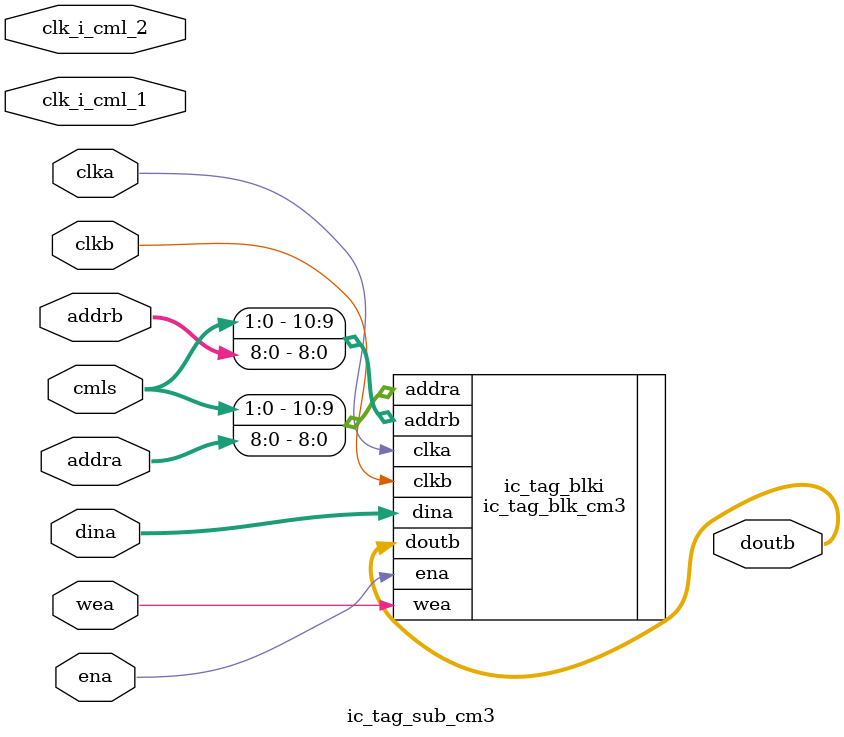
<source format=v>

/*******************************************************************************
*     This file is owned and controlled by Xilinx and must be used             *
*     solely for design, simulation, implementation and creation of            *
*     design files limited to Xilinx devices or technologies. Use              *
*     with non-Xilinx devices or technologies is expressly prohibited          *
*     and immediately terminates your license.                                 *
*                                                                              *
*     XILINX IS PROVIDING THIS DESIGN, CODE, OR INFORMATION "AS IS"            *
*     SOLELY FOR USE IN DEVELOPING PROGRAMS AND SOLUTIONS FOR                  *
*     XILINX DEVICES.  BY PROVIDING THIS DESIGN, CODE, OR INFORMATION          *
*     AS ONE POSSIBLE IMPLEMENTATION OF THIS FEATURE, APPLICATION              *
*     OR STANDARD, XILINX IS MAKING NO REPRESENTATION THAT THIS                *
*     IMPLEMENTATION IS FREE FROM ANY CLAIMS OF INFRINGEMENT,                  *
*     AND YOU ARE RESPONSIBLE FOR OBTAINING ANY RIGHTS YOU MAY REQUIRE         *
*     FOR YOUR IMPLEMENTATION.  XILINX EXPRESSLY DISCLAIMS ANY                 *
*     WARRANTY WHATSOEVER WITH RESPECT TO THE ADEQUACY OF THE                  *
*     IMPLEMENTATION, INCLUDING BUT NOT LIMITED TO ANY WARRANTIES OR           *
*     REPRESENTATIONS THAT THIS IMPLEMENTATION IS FREE FROM CLAIMS OF          *
*     INFRINGEMENT, IMPLIED WARRANTIES OF MERCHANTABILITY AND FITNESS          *
*     FOR A PARTICULAR PURPOSE.                                                *
*                                                                              *
*     Xilinx products are not intended for use in life support                 *
*     appliances, devices, or systems. Use in such applications are            *
*     expressly prohibited.                                                    *
*                                                                              *
*     (c) Copyright 1995-2009 Xilinx, Inc.                                     *
*     All rights reserved.                                                     *
*******************************************************************************/
// The synthesis directives "translate_off/translate_on" specified below are
// supported by Xilinx, Mentor Graphics and Synplicity synthesis
// tools. Ensure they are correct for your synthesis tool(s).

// You must compile the wrapper file ic_tag_blk.v when simulating
// the core, ic_tag_blk. When compiling the wrapper file, be sure to
// reference the XilinxCoreLib Verilog simulation library. For detailed
// instructions, please refer to the "CORE Generator Help".

`timescale 1ns/1ps

module ic_tag_sub_cm3(
		clk_i_cml_1,
		clk_i_cml_2,
		cmls,
		
	clka,
	ena,
	wea,
	addra,
	dina,
	clkb,
	addrb,
	doutb);


input clk_i_cml_1;
input clk_i_cml_2;
input [1:0] cmls;




input clka;
input ena;
input [0 : 0] wea;
input [8 : 0] addra;
input [19 : 0] dina;
input clkb;
input [8 : 0] addrb;
output [19 : 0] doutb;

ic_tag_blk_cm3 ic_tag_blki(
	.clka(clka),
	.ena(ena),
	.wea(wea),
	.addra({cmls, addra}),
	.dina(dina),
	.clkb(clkb),
	.addrb({cmls, addrb}),
	.doutb(doutb));

endmodule



</source>
